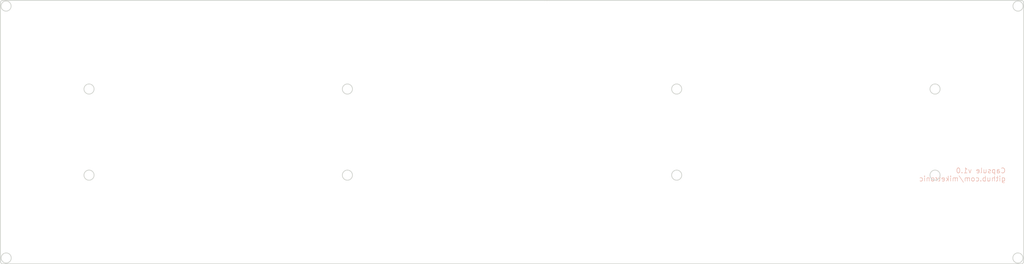
<source format=kicad_pcb>
(kicad_pcb (version 20221018) (generator pcbnew)

  (general
    (thickness 1.6)
  )

  (paper "A4")
  (title_block
    (title "Capsule")
    (date "2023-06-15")
    (rev "1.0")
  )

  (layers
    (0 "F.Cu" signal)
    (31 "B.Cu" signal)
    (32 "B.Adhes" user "B.Adhesive")
    (33 "F.Adhes" user "F.Adhesive")
    (34 "B.Paste" user)
    (35 "F.Paste" user)
    (36 "B.SilkS" user "B.Silkscreen")
    (37 "F.SilkS" user "F.Silkscreen")
    (38 "B.Mask" user)
    (39 "F.Mask" user)
    (40 "Dwgs.User" user "User.Drawings")
    (41 "Cmts.User" user "User.Comments")
    (42 "Eco1.User" user "User.Eco1")
    (43 "Eco2.User" user "User.Eco2")
    (44 "Edge.Cuts" user)
    (45 "Margin" user)
    (46 "B.CrtYd" user "B.Courtyard")
    (47 "F.CrtYd" user "F.Courtyard")
    (48 "B.Fab" user)
    (49 "F.Fab" user)
    (50 "User.1" user)
    (51 "User.2" user)
    (52 "User.3" user)
    (53 "User.4" user)
    (54 "User.5" user)
    (55 "User.6" user)
    (56 "User.7" user)
    (57 "User.8" user)
    (58 "User.9" user)
  )

  (setup
    (stackup
      (layer "F.SilkS" (type "Top Silk Screen"))
      (layer "F.Paste" (type "Top Solder Paste"))
      (layer "F.Mask" (type "Top Solder Mask") (thickness 0.01))
      (layer "F.Cu" (type "copper") (thickness 0.035))
      (layer "dielectric 1" (type "core") (thickness 1.51) (material "FR4") (epsilon_r 4.5) (loss_tangent 0.02))
      (layer "B.Cu" (type "copper") (thickness 0.035))
      (layer "B.Mask" (type "Bottom Solder Mask") (thickness 0.01))
      (layer "B.Paste" (type "Bottom Solder Paste"))
      (layer "B.SilkS" (type "Bottom Silk Screen"))
      (copper_finish "None")
      (dielectric_constraints no)
    )
    (pad_to_mask_clearance 0)
    (pcbplotparams
      (layerselection 0x00010fc_ffffffff)
      (plot_on_all_layers_selection 0x0000000_00000000)
      (disableapertmacros false)
      (usegerberextensions true)
      (usegerberattributes true)
      (usegerberadvancedattributes true)
      (creategerberjobfile true)
      (dashed_line_dash_ratio 12.000000)
      (dashed_line_gap_ratio 3.000000)
      (svgprecision 4)
      (plotframeref false)
      (viasonmask false)
      (mode 1)
      (useauxorigin false)
      (hpglpennumber 1)
      (hpglpenspeed 20)
      (hpglpendiameter 15.000000)
      (dxfpolygonmode true)
      (dxfimperialunits true)
      (dxfusepcbnewfont true)
      (psnegative false)
      (psa4output false)
      (plotreference true)
      (plotvalue true)
      (plotinvisibletext false)
      (sketchpadsonfab false)
      (subtractmaskfromsilk true)
      (outputformat 1)
      (mirror false)
      (drillshape 0)
      (scaleselection 1)
      (outputdirectory "gerbers/")
    )
  )

  (net 0 "")

  (gr_circle (center 224.35 70.45) (end 225.35 70.45)
    (stroke (width 0.15) (type default)) (fill none) (layer "Edge.Cuts") (tstamp 0613568d-0c83-4978-b74c-ab0379f39511))
  (gr_arc (start 225.5 71.1) (mid 225.353554 71.453554) (end 225 71.6)
    (stroke (width 0.15) (type default)) (layer "Edge.Cuts") (tstamp 0a007abd-48fa-47bc-9f9e-166b06a465fd))
  (gr_line (start 225 19.6) (end 131.4 19.6)
    (stroke (width 0.15) (type default)) (layer "Edge.Cuts") (tstamp 0b4772b5-532d-461d-bf3d-c33fde2cac7e))
  (gr_circle (center 41 37.1) (end 42 37.1)
    (stroke (width 0.15) (type default)) (fill none) (layer "Edge.Cuts") (tstamp 1ad6d28a-fb35-49cf-b8e1-e46313dd3173))
  (gr_circle (center 208 54.1) (end 209 54.1)
    (stroke (width 0.15) (type default)) (fill none) (layer "Edge.Cuts") (tstamp 3cbf2c6b-bfcd-4098-afa0-92b0e72da700))
  (gr_circle (center 41 54.1) (end 42 54.1)
    (stroke (width 0.15) (type default)) (fill none) (layer "Edge.Cuts") (tstamp 4738de22-3997-4430-bb78-7a7baf5fa704))
  (gr_circle (center 92 37.1) (end 93 37.1)
    (stroke (width 0.15) (type default)) (fill none) (layer "Edge.Cuts") (tstamp 49746354-1b1b-48c5-aede-94c9eca54836))
  (gr_circle (center 157 37.1) (end 158 37.1)
    (stroke (width 0.15) (type default)) (fill none) (layer "Edge.Cuts") (tstamp 4cdc0c80-67dd-4692-86d3-4fd861e8f7d6))
  (gr_arc (start 225 19.6) (mid 225.353554 19.746446) (end 225.5 20.1)
    (stroke (width 0.15) (type default)) (layer "Edge.Cuts") (tstamp 5235fd5e-8ba9-4359-a173-04aaeb27fc28))
  (gr_circle (center 208 37.1) (end 209 37.1)
    (stroke (width 0.15) (type default)) (fill none) (layer "Edge.Cuts") (tstamp 5c69a921-c932-4746-9cdd-e2c516bbf871))
  (gr_circle (center 157 54.1) (end 158 54.1)
    (stroke (width 0.15) (type default)) (fill none) (layer "Edge.Cuts") (tstamp 64817414-e7c0-48ac-88df-cf224ef826be))
  (gr_arc (start 23.5 20.1) (mid 23.646446 19.746446) (end 24 19.6)
    (stroke (width 0.15) (type default)) (layer "Edge.Cuts") (tstamp 6c3625d6-2763-47fa-bff0-6e510b8add30))
  (gr_circle (center 92 54.1) (end 93 54.1)
    (stroke (width 0.15) (type default)) (fill none) (layer "Edge.Cuts") (tstamp 6fbdded6-f0b5-4fec-bf90-6cd424773a63))
  (gr_line (start 225.5 71.1) (end 225.5 20.1)
    (stroke (width 0.15) (type default)) (layer "Edge.Cuts") (tstamp 80c49304-923e-4562-a499-93e0925835b8))
  (gr_circle (center 24.65 70.45) (end 25.65 70.45)
    (stroke (width 0.15) (type default)) (fill none) (layer "Edge.Cuts") (tstamp 928c24c7-0e7f-43d4-a086-03c4b6c3a749))
  (gr_arc (start 24 71.6) (mid 23.646446 71.453554) (end 23.5 71.1)
    (stroke (width 0.15) (type default)) (layer "Edge.Cuts") (tstamp 9bbe5440-dd26-4973-99f0-67b0da4b2355))
  (gr_circle (center 224.375 20.725) (end 225.375 20.725)
    (stroke (width 0.15) (type default)) (fill none) (layer "Edge.Cuts") (tstamp ae572aeb-32ab-48a7-96dd-209d31f8fd31))
  (gr_line (start 24 71.6) (end 225 71.6)
    (stroke (width 0.15) (type default)) (layer "Edge.Cuts") (tstamp db492db7-0ee8-4339-b44a-a49d40632339))
  (gr_line (start 23.5 20.1) (end 23.5 71.1)
    (stroke (width 0.15) (type default)) (layer "Edge.Cuts") (tstamp f76d9478-a5b0-4cfd-9e6c-c7323555f52c))
  (gr_line (start 24 19.6) (end 131.4 19.6)
    (stroke (width 0.15) (type default)) (layer "Edge.Cuts") (tstamp fc56beee-f3df-41a8-be7b-77d5d4cd72bd))
  (gr_circle (center 24.625 20.725) (end 25.625 20.725)
    (stroke (width 0.15) (type default)) (fill none) (layer "Edge.Cuts") (tstamp fec22ef7-75f8-440c-806c-3d8b0c477a0b))
  (gr_text "Capsule v1.0\ngithub.com/miketronic" (at 222 55.4) (layer "B.SilkS") (tstamp 89e6ca6d-8408-456d-80f2-c033b96baf00)
    (effects (font (size 1 1) (thickness 0.1)) (justify left bottom mirror))
  )

)

</source>
